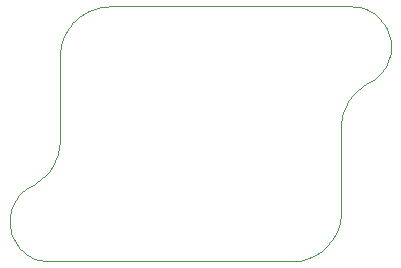
<source format=gko>
G04*
G04 #@! TF.GenerationSoftware,Altium Limited,Altium Designer,19.0.13 (425)*
G04*
G04 Layer_Color=16711935*
%FSLAX25Y25*%
%MOIN*%
G70*
G01*
G75*
%ADD38C,0.00079*%
D38*
X34308Y60258D02*
X33462Y59724D01*
X32658Y59129D01*
X31901Y58475D01*
X31195Y57766D01*
X30544Y57007D01*
X29951Y56201D01*
X29421Y55353D01*
X28954Y54468D01*
X28556Y53551D01*
X28227Y52606D01*
X27969Y51640D01*
X27785Y50657D01*
X27674Y49663D01*
X27638Y48663D01*
X27676Y47664D01*
X27790Y46670D01*
X27976Y45687D01*
X28236Y44721D01*
X28567Y43777D01*
X28968Y42861D01*
X29436Y41977D01*
X29969Y41130D01*
X30564Y40326D01*
X31217Y39568D01*
X31925Y38861D01*
X32683Y38209D01*
X33488Y37616D01*
X34335Y37084D01*
X35220Y36617D01*
X36137Y36217D01*
X37081Y35887D01*
X38047Y35628D01*
X39030Y35442D01*
X40024Y35331D01*
X41024Y35293D01*
X36033Y61259D02*
X36906Y61802D01*
X37745Y62398D01*
X38545Y63044D01*
X39304Y63738D01*
X40019Y64477D01*
X40687Y65259D01*
X41306Y66081D01*
X41873Y66939D01*
X42386Y67830D01*
X42844Y68752D01*
X43244Y69699D01*
X43586Y70670D01*
X43867Y71659D01*
X44086Y72664D01*
X44244Y73680D01*
X44339Y74704D01*
X44370Y75732D01*
X61102Y120293D02*
X60092Y120263D01*
X59086Y120171D01*
X58086Y120019D01*
X57098Y119807D01*
X56125Y119536D01*
X55169Y119206D01*
X54235Y118819D01*
X53326Y118377D01*
X52446Y117880D01*
X51597Y117331D01*
X50783Y116732D01*
X50007Y116085D01*
X49271Y115392D01*
X48578Y114656D01*
X47931Y113880D01*
X47332Y113066D01*
X46783Y112217D01*
X46287Y111337D01*
X45844Y110428D01*
X45457Y109494D01*
X45128Y108539D01*
X44856Y107565D01*
X44644Y106577D01*
X44492Y105578D01*
X44401Y104571D01*
X44370Y103561D01*
X148133Y95328D02*
X148979Y95862D01*
X149783Y96457D01*
X150540Y97111D01*
X151246Y97820D01*
X151897Y98579D01*
X152490Y99385D01*
X153020Y100233D01*
X153486Y101118D01*
X153885Y102035D01*
X154214Y102980D01*
X154472Y103946D01*
X154656Y104929D01*
X154767Y105924D01*
X154803Y106923D01*
X154765Y107923D01*
X154651Y108917D01*
X154464Y109899D01*
X154205Y110865D01*
X153873Y111809D01*
X153473Y112725D01*
X153005Y113609D01*
X152472Y114456D01*
X151877Y115260D01*
X151224Y116018D01*
X150516Y116725D01*
X149758Y117377D01*
X148953Y117971D01*
X148106Y118502D01*
X147221Y118970D01*
X146304Y119369D01*
X145360Y119699D01*
X144394Y119958D01*
X143411Y120144D01*
X142417Y120256D01*
X141417Y120293D01*
X146408Y94328D02*
X145535Y93784D01*
X144696Y93189D01*
X143896Y92542D01*
X143137Y91848D01*
X142422Y91109D01*
X141754Y90327D01*
X141135Y89505D01*
X140568Y88647D01*
X140054Y87756D01*
X139597Y86835D01*
X139197Y85887D01*
X138855Y84917D01*
X138574Y83927D01*
X138355Y82923D01*
X138197Y81906D01*
X138102Y80882D01*
X138071Y79854D01*
X121339Y35293D02*
X122349Y35324D01*
X123355Y35415D01*
X124355Y35567D01*
X125343Y35779D01*
X126316Y36051D01*
X127272Y36380D01*
X128206Y36767D01*
X129114Y37210D01*
X129995Y37706D01*
X130844Y38255D01*
X131658Y38854D01*
X132434Y39501D01*
X133170Y40194D01*
X133863Y40930D01*
X134510Y41706D01*
X135109Y42520D01*
X135658Y43369D01*
X136154Y44250D01*
X136597Y45158D01*
X136984Y46092D01*
X137313Y47048D01*
X137585Y48021D01*
X137797Y49009D01*
X137949Y50009D01*
X138040Y51015D01*
X138071Y52025D01*
X34308Y60258D02*
X36033Y61259D01*
X44370Y75732D02*
Y103561D01*
X61102Y120293D02*
X141417D01*
X146408Y94328D02*
X148133Y95328D01*
X138071Y52025D02*
Y79854D01*
X41024Y35293D02*
X121339D01*
M02*

</source>
